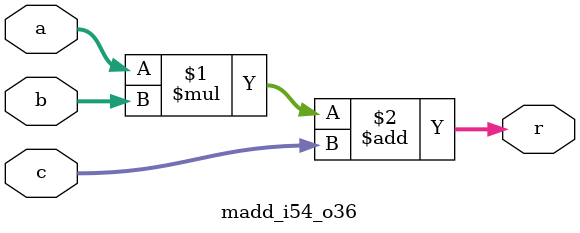
<source format=v>
module madd_i54_o36 (a, b, c, r);
input [17:0] a, b, c;
output [35:0] r;


assign r = (a * b) + c;

endmodule  

</source>
